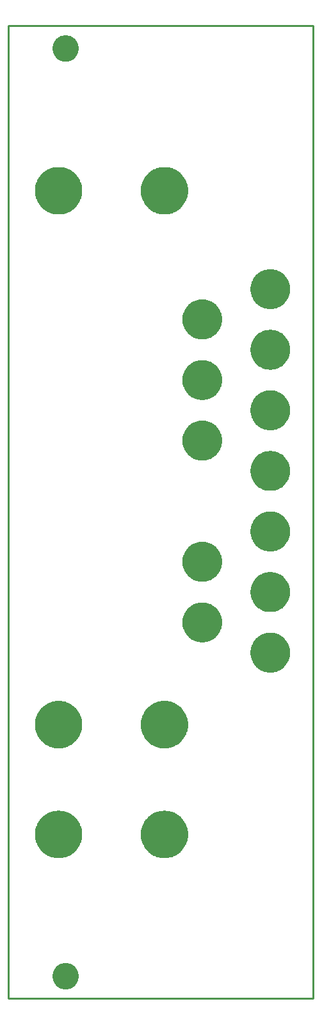
<source format=gbr>
G04 EAGLE Gerber RS-274X export*
G75*
%MOMM*%
%FSLAX34Y34*%
%LPD*%
%IN*%
%IPPOS*%
%AMOC8*
5,1,8,0,0,1.08239X$1,22.5*%
G01*
%ADD10C,3.200000*%
%ADD11C,6.000000*%
%ADD12C,5.000000*%
%ADD13C,0.254000*%


D10*
X75000Y1255000D03*
X75000Y30000D03*
D11*
X65683Y217245D03*
X205683Y217245D03*
X65683Y362245D03*
X205683Y362245D03*
X65683Y1067245D03*
X205683Y1067245D03*
D12*
X345683Y937245D03*
X255683Y897245D03*
X345683Y857245D03*
X255683Y817245D03*
X345683Y777245D03*
X255683Y737245D03*
X345683Y697245D03*
X345683Y617245D03*
X255683Y577245D03*
X345683Y537245D03*
X255683Y497245D03*
X345683Y457245D03*
D13*
X0Y0D02*
X403000Y0D01*
X403000Y1285000D01*
X0Y1285000D01*
X0Y0D01*
X91000Y1254476D02*
X91000Y1255524D01*
X90932Y1256569D01*
X90795Y1257608D01*
X90590Y1258635D01*
X90319Y1259647D01*
X89983Y1260639D01*
X89582Y1261607D01*
X89118Y1262546D01*
X88595Y1263454D01*
X88013Y1264325D01*
X87375Y1265156D01*
X86684Y1265943D01*
X85943Y1266684D01*
X85156Y1267375D01*
X84325Y1268013D01*
X83454Y1268595D01*
X82546Y1269118D01*
X81607Y1269582D01*
X80639Y1269983D01*
X79647Y1270319D01*
X78635Y1270590D01*
X77608Y1270795D01*
X76569Y1270932D01*
X75524Y1271000D01*
X74476Y1271000D01*
X73431Y1270932D01*
X72392Y1270795D01*
X71365Y1270590D01*
X70353Y1270319D01*
X69361Y1269983D01*
X68393Y1269582D01*
X67454Y1269118D01*
X66546Y1268595D01*
X65675Y1268013D01*
X64844Y1267375D01*
X64057Y1266684D01*
X63316Y1265943D01*
X62625Y1265156D01*
X61988Y1264325D01*
X61406Y1263454D01*
X60882Y1262546D01*
X60418Y1261607D01*
X60017Y1260639D01*
X59681Y1259647D01*
X59410Y1258635D01*
X59205Y1257608D01*
X59069Y1256569D01*
X59000Y1255524D01*
X59000Y1254476D01*
X59069Y1253431D01*
X59205Y1252392D01*
X59410Y1251365D01*
X59681Y1250353D01*
X60017Y1249361D01*
X60418Y1248393D01*
X60882Y1247454D01*
X61406Y1246546D01*
X61988Y1245675D01*
X62625Y1244844D01*
X63316Y1244057D01*
X64057Y1243316D01*
X64844Y1242625D01*
X65675Y1241988D01*
X66546Y1241406D01*
X67454Y1240882D01*
X68393Y1240418D01*
X69361Y1240017D01*
X70353Y1239681D01*
X71365Y1239410D01*
X72392Y1239205D01*
X73431Y1239069D01*
X74476Y1239000D01*
X75524Y1239000D01*
X76569Y1239069D01*
X77608Y1239205D01*
X78635Y1239410D01*
X79647Y1239681D01*
X80639Y1240017D01*
X81607Y1240418D01*
X82546Y1240882D01*
X83454Y1241406D01*
X84325Y1241988D01*
X85156Y1242625D01*
X85943Y1243316D01*
X86684Y1244057D01*
X87375Y1244844D01*
X88013Y1245675D01*
X88595Y1246546D01*
X89118Y1247454D01*
X89582Y1248393D01*
X89983Y1249361D01*
X90319Y1250353D01*
X90590Y1251365D01*
X90795Y1252392D01*
X90932Y1253431D01*
X91000Y1254476D01*
X91000Y29476D02*
X91000Y30524D01*
X90932Y31569D01*
X90795Y32608D01*
X90590Y33635D01*
X90319Y34647D01*
X89983Y35639D01*
X89582Y36607D01*
X89118Y37546D01*
X88595Y38454D01*
X88013Y39325D01*
X87375Y40156D01*
X86684Y40943D01*
X85943Y41684D01*
X85156Y42375D01*
X84325Y43013D01*
X83454Y43595D01*
X82546Y44118D01*
X81607Y44582D01*
X80639Y44983D01*
X79647Y45319D01*
X78635Y45590D01*
X77608Y45795D01*
X76569Y45932D01*
X75524Y46000D01*
X74476Y46000D01*
X73431Y45932D01*
X72392Y45795D01*
X71365Y45590D01*
X70353Y45319D01*
X69361Y44983D01*
X68393Y44582D01*
X67454Y44118D01*
X66546Y43595D01*
X65675Y43013D01*
X64844Y42375D01*
X64057Y41684D01*
X63316Y40943D01*
X62625Y40156D01*
X61988Y39325D01*
X61406Y38454D01*
X60882Y37546D01*
X60418Y36607D01*
X60017Y35639D01*
X59681Y34647D01*
X59410Y33635D01*
X59205Y32608D01*
X59069Y31569D01*
X59000Y30524D01*
X59000Y29476D01*
X59069Y28431D01*
X59205Y27392D01*
X59410Y26365D01*
X59681Y25353D01*
X60017Y24361D01*
X60418Y23393D01*
X60882Y22454D01*
X61406Y21546D01*
X61988Y20675D01*
X62625Y19844D01*
X63316Y19057D01*
X64057Y18316D01*
X64844Y17625D01*
X65675Y16988D01*
X66546Y16406D01*
X67454Y15882D01*
X68393Y15418D01*
X69361Y15017D01*
X70353Y14681D01*
X71365Y14410D01*
X72392Y14205D01*
X73431Y14069D01*
X74476Y14000D01*
X75524Y14000D01*
X76569Y14069D01*
X77608Y14205D01*
X78635Y14410D01*
X79647Y14681D01*
X80639Y15017D01*
X81607Y15418D01*
X82546Y15882D01*
X83454Y16406D01*
X84325Y16988D01*
X85156Y17625D01*
X85943Y18316D01*
X86684Y19057D01*
X87375Y19844D01*
X88013Y20675D01*
X88595Y21546D01*
X89118Y22454D01*
X89582Y23393D01*
X89983Y24361D01*
X90319Y25353D01*
X90590Y26365D01*
X90795Y27392D01*
X90932Y28431D01*
X91000Y29476D01*
X95683Y216508D02*
X95683Y217981D01*
X95610Y219453D01*
X95466Y220918D01*
X95250Y222375D01*
X94962Y223820D01*
X94605Y225249D01*
X94177Y226658D01*
X93681Y228045D01*
X93117Y229406D01*
X92487Y230737D01*
X91793Y232036D01*
X91036Y233300D01*
X90217Y234524D01*
X89340Y235707D01*
X88406Y236846D01*
X87416Y237937D01*
X86375Y238979D01*
X85284Y239968D01*
X84145Y240902D01*
X82962Y241780D01*
X81737Y242598D01*
X80474Y243355D01*
X79175Y244050D01*
X77843Y244679D01*
X76483Y245243D01*
X75096Y245739D01*
X73686Y246167D01*
X72258Y246525D01*
X70813Y246812D01*
X69356Y247028D01*
X67890Y247173D01*
X66419Y247245D01*
X64946Y247245D01*
X63475Y247173D01*
X62009Y247028D01*
X60552Y246812D01*
X59107Y246525D01*
X57679Y246167D01*
X56269Y245739D01*
X54882Y245243D01*
X53522Y244679D01*
X52190Y244050D01*
X50891Y243355D01*
X49628Y242598D01*
X48403Y241780D01*
X47220Y240902D01*
X46081Y239968D01*
X44990Y238979D01*
X43949Y237937D01*
X42959Y236846D01*
X42025Y235707D01*
X41148Y234524D01*
X40329Y233300D01*
X39572Y232036D01*
X38878Y230737D01*
X38248Y229406D01*
X37684Y228045D01*
X37188Y226658D01*
X36761Y225249D01*
X36403Y223820D01*
X36115Y222375D01*
X35899Y220918D01*
X35755Y219453D01*
X35683Y217981D01*
X35683Y216508D01*
X35755Y215037D01*
X35899Y213571D01*
X36115Y212115D01*
X36403Y210670D01*
X36761Y209241D01*
X37188Y207832D01*
X37684Y206445D01*
X38248Y205084D01*
X38878Y203753D01*
X39572Y202454D01*
X40329Y201190D01*
X41148Y199965D01*
X42025Y198782D01*
X42959Y197644D01*
X43949Y196552D01*
X44990Y195511D01*
X46081Y194522D01*
X47220Y193587D01*
X48403Y192710D01*
X49628Y191892D01*
X50891Y191134D01*
X52190Y190440D01*
X53522Y189810D01*
X54882Y189247D01*
X56269Y188750D01*
X57679Y188323D01*
X59107Y187965D01*
X60552Y187678D01*
X62009Y187462D01*
X63475Y187317D01*
X64946Y187245D01*
X66419Y187245D01*
X67890Y187317D01*
X69356Y187462D01*
X70813Y187678D01*
X72258Y187965D01*
X73686Y188323D01*
X75096Y188750D01*
X76483Y189247D01*
X77843Y189810D01*
X79175Y190440D01*
X80474Y191134D01*
X81737Y191892D01*
X82962Y192710D01*
X84145Y193587D01*
X85284Y194522D01*
X86375Y195511D01*
X87416Y196552D01*
X88406Y197644D01*
X89340Y198782D01*
X90217Y199965D01*
X91036Y201190D01*
X91793Y202454D01*
X92487Y203753D01*
X93117Y205084D01*
X93681Y206445D01*
X94177Y207832D01*
X94605Y209241D01*
X94962Y210670D01*
X95250Y212115D01*
X95466Y213571D01*
X95610Y215037D01*
X95683Y216508D01*
X235683Y216508D02*
X235683Y217981D01*
X235610Y219453D01*
X235466Y220918D01*
X235250Y222375D01*
X234962Y223820D01*
X234605Y225249D01*
X234177Y226658D01*
X233681Y228045D01*
X233117Y229406D01*
X232487Y230737D01*
X231793Y232036D01*
X231036Y233300D01*
X230217Y234524D01*
X229340Y235707D01*
X228406Y236846D01*
X227416Y237937D01*
X226375Y238979D01*
X225284Y239968D01*
X224145Y240902D01*
X222962Y241780D01*
X221737Y242598D01*
X220474Y243355D01*
X219175Y244050D01*
X217843Y244679D01*
X216483Y245243D01*
X215096Y245739D01*
X213686Y246167D01*
X212258Y246525D01*
X210813Y246812D01*
X209356Y247028D01*
X207890Y247173D01*
X206419Y247245D01*
X204946Y247245D01*
X203475Y247173D01*
X202009Y247028D01*
X200552Y246812D01*
X199107Y246525D01*
X197679Y246167D01*
X196269Y245739D01*
X194882Y245243D01*
X193522Y244679D01*
X192190Y244050D01*
X190891Y243355D01*
X189628Y242598D01*
X188403Y241780D01*
X187220Y240902D01*
X186081Y239968D01*
X184990Y238979D01*
X183949Y237937D01*
X182959Y236846D01*
X182025Y235707D01*
X181148Y234524D01*
X180329Y233300D01*
X179572Y232036D01*
X178878Y230737D01*
X178248Y229406D01*
X177684Y228045D01*
X177188Y226658D01*
X176761Y225249D01*
X176403Y223820D01*
X176115Y222375D01*
X175899Y220918D01*
X175755Y219453D01*
X175683Y217981D01*
X175683Y216508D01*
X175755Y215037D01*
X175899Y213571D01*
X176115Y212115D01*
X176403Y210670D01*
X176761Y209241D01*
X177188Y207832D01*
X177684Y206445D01*
X178248Y205084D01*
X178878Y203753D01*
X179572Y202454D01*
X180329Y201190D01*
X181148Y199965D01*
X182025Y198782D01*
X182959Y197644D01*
X183949Y196552D01*
X184990Y195511D01*
X186081Y194522D01*
X187220Y193587D01*
X188403Y192710D01*
X189628Y191892D01*
X190891Y191134D01*
X192190Y190440D01*
X193522Y189810D01*
X194882Y189247D01*
X196269Y188750D01*
X197679Y188323D01*
X199107Y187965D01*
X200552Y187678D01*
X202009Y187462D01*
X203475Y187317D01*
X204946Y187245D01*
X206419Y187245D01*
X207890Y187317D01*
X209356Y187462D01*
X210813Y187678D01*
X212258Y187965D01*
X213686Y188323D01*
X215096Y188750D01*
X216483Y189247D01*
X217843Y189810D01*
X219175Y190440D01*
X220474Y191134D01*
X221737Y191892D01*
X222962Y192710D01*
X224145Y193587D01*
X225284Y194522D01*
X226375Y195511D01*
X227416Y196552D01*
X228406Y197644D01*
X229340Y198782D01*
X230217Y199965D01*
X231036Y201190D01*
X231793Y202454D01*
X232487Y203753D01*
X233117Y205084D01*
X233681Y206445D01*
X234177Y207832D01*
X234605Y209241D01*
X234962Y210670D01*
X235250Y212115D01*
X235466Y213571D01*
X235610Y215037D01*
X235683Y216508D01*
X95683Y361508D02*
X95683Y362981D01*
X95610Y364453D01*
X95466Y365918D01*
X95250Y367375D01*
X94962Y368820D01*
X94605Y370249D01*
X94177Y371658D01*
X93681Y373045D01*
X93117Y374406D01*
X92487Y375737D01*
X91793Y377036D01*
X91036Y378300D01*
X90217Y379524D01*
X89340Y380707D01*
X88406Y381846D01*
X87416Y382937D01*
X86375Y383979D01*
X85284Y384968D01*
X84145Y385902D01*
X82962Y386780D01*
X81737Y387598D01*
X80474Y388355D01*
X79175Y389050D01*
X77843Y389679D01*
X76483Y390243D01*
X75096Y390739D01*
X73686Y391167D01*
X72258Y391525D01*
X70813Y391812D01*
X69356Y392028D01*
X67890Y392173D01*
X66419Y392245D01*
X64946Y392245D01*
X63475Y392173D01*
X62009Y392028D01*
X60552Y391812D01*
X59107Y391525D01*
X57679Y391167D01*
X56269Y390739D01*
X54882Y390243D01*
X53522Y389679D01*
X52190Y389050D01*
X50891Y388355D01*
X49628Y387598D01*
X48403Y386780D01*
X47220Y385902D01*
X46081Y384968D01*
X44990Y383979D01*
X43949Y382937D01*
X42959Y381846D01*
X42025Y380707D01*
X41148Y379524D01*
X40329Y378300D01*
X39572Y377036D01*
X38878Y375737D01*
X38248Y374406D01*
X37684Y373045D01*
X37188Y371658D01*
X36761Y370249D01*
X36403Y368820D01*
X36115Y367375D01*
X35899Y365918D01*
X35755Y364453D01*
X35683Y362981D01*
X35683Y361508D01*
X35755Y360037D01*
X35899Y358571D01*
X36115Y357115D01*
X36403Y355670D01*
X36761Y354241D01*
X37188Y352832D01*
X37684Y351445D01*
X38248Y350084D01*
X38878Y348753D01*
X39572Y347454D01*
X40329Y346190D01*
X41148Y344965D01*
X42025Y343782D01*
X42959Y342644D01*
X43949Y341552D01*
X44990Y340511D01*
X46081Y339522D01*
X47220Y338587D01*
X48403Y337710D01*
X49628Y336892D01*
X50891Y336134D01*
X52190Y335440D01*
X53522Y334810D01*
X54882Y334247D01*
X56269Y333750D01*
X57679Y333323D01*
X59107Y332965D01*
X60552Y332678D01*
X62009Y332462D01*
X63475Y332317D01*
X64946Y332245D01*
X66419Y332245D01*
X67890Y332317D01*
X69356Y332462D01*
X70813Y332678D01*
X72258Y332965D01*
X73686Y333323D01*
X75096Y333750D01*
X76483Y334247D01*
X77843Y334810D01*
X79175Y335440D01*
X80474Y336134D01*
X81737Y336892D01*
X82962Y337710D01*
X84145Y338587D01*
X85284Y339522D01*
X86375Y340511D01*
X87416Y341552D01*
X88406Y342644D01*
X89340Y343782D01*
X90217Y344965D01*
X91036Y346190D01*
X91793Y347454D01*
X92487Y348753D01*
X93117Y350084D01*
X93681Y351445D01*
X94177Y352832D01*
X94605Y354241D01*
X94962Y355670D01*
X95250Y357115D01*
X95466Y358571D01*
X95610Y360037D01*
X95683Y361508D01*
X235683Y361508D02*
X235683Y362981D01*
X235610Y364453D01*
X235466Y365918D01*
X235250Y367375D01*
X234962Y368820D01*
X234605Y370249D01*
X234177Y371658D01*
X233681Y373045D01*
X233117Y374406D01*
X232487Y375737D01*
X231793Y377036D01*
X231036Y378300D01*
X230217Y379524D01*
X229340Y380707D01*
X228406Y381846D01*
X227416Y382937D01*
X226375Y383979D01*
X225284Y384968D01*
X224145Y385902D01*
X222962Y386780D01*
X221737Y387598D01*
X220474Y388355D01*
X219175Y389050D01*
X217843Y389679D01*
X216483Y390243D01*
X215096Y390739D01*
X213686Y391167D01*
X212258Y391525D01*
X210813Y391812D01*
X209356Y392028D01*
X207890Y392173D01*
X206419Y392245D01*
X204946Y392245D01*
X203475Y392173D01*
X202009Y392028D01*
X200552Y391812D01*
X199107Y391525D01*
X197679Y391167D01*
X196269Y390739D01*
X194882Y390243D01*
X193522Y389679D01*
X192190Y389050D01*
X190891Y388355D01*
X189628Y387598D01*
X188403Y386780D01*
X187220Y385902D01*
X186081Y384968D01*
X184990Y383979D01*
X183949Y382937D01*
X182959Y381846D01*
X182025Y380707D01*
X181148Y379524D01*
X180329Y378300D01*
X179572Y377036D01*
X178878Y375737D01*
X178248Y374406D01*
X177684Y373045D01*
X177188Y371658D01*
X176761Y370249D01*
X176403Y368820D01*
X176115Y367375D01*
X175899Y365918D01*
X175755Y364453D01*
X175683Y362981D01*
X175683Y361508D01*
X175755Y360037D01*
X175899Y358571D01*
X176115Y357115D01*
X176403Y355670D01*
X176761Y354241D01*
X177188Y352832D01*
X177684Y351445D01*
X178248Y350084D01*
X178878Y348753D01*
X179572Y347454D01*
X180329Y346190D01*
X181148Y344965D01*
X182025Y343782D01*
X182959Y342644D01*
X183949Y341552D01*
X184990Y340511D01*
X186081Y339522D01*
X187220Y338587D01*
X188403Y337710D01*
X189628Y336892D01*
X190891Y336134D01*
X192190Y335440D01*
X193522Y334810D01*
X194882Y334247D01*
X196269Y333750D01*
X197679Y333323D01*
X199107Y332965D01*
X200552Y332678D01*
X202009Y332462D01*
X203475Y332317D01*
X204946Y332245D01*
X206419Y332245D01*
X207890Y332317D01*
X209356Y332462D01*
X210813Y332678D01*
X212258Y332965D01*
X213686Y333323D01*
X215096Y333750D01*
X216483Y334247D01*
X217843Y334810D01*
X219175Y335440D01*
X220474Y336134D01*
X221737Y336892D01*
X222962Y337710D01*
X224145Y338587D01*
X225284Y339522D01*
X226375Y340511D01*
X227416Y341552D01*
X228406Y342644D01*
X229340Y343782D01*
X230217Y344965D01*
X231036Y346190D01*
X231793Y347454D01*
X232487Y348753D01*
X233117Y350084D01*
X233681Y351445D01*
X234177Y352832D01*
X234605Y354241D01*
X234962Y355670D01*
X235250Y357115D01*
X235466Y358571D01*
X235610Y360037D01*
X235683Y361508D01*
X95683Y1066508D02*
X95683Y1067981D01*
X95610Y1069453D01*
X95466Y1070918D01*
X95250Y1072375D01*
X94962Y1073820D01*
X94605Y1075249D01*
X94177Y1076658D01*
X93681Y1078045D01*
X93117Y1079406D01*
X92487Y1080737D01*
X91793Y1082036D01*
X91036Y1083300D01*
X90217Y1084524D01*
X89340Y1085707D01*
X88406Y1086846D01*
X87416Y1087937D01*
X86375Y1088979D01*
X85284Y1089968D01*
X84145Y1090902D01*
X82962Y1091780D01*
X81737Y1092598D01*
X80474Y1093355D01*
X79175Y1094050D01*
X77843Y1094679D01*
X76483Y1095243D01*
X75096Y1095739D01*
X73686Y1096167D01*
X72258Y1096525D01*
X70813Y1096812D01*
X69356Y1097028D01*
X67890Y1097173D01*
X66419Y1097245D01*
X64946Y1097245D01*
X63475Y1097173D01*
X62009Y1097028D01*
X60552Y1096812D01*
X59107Y1096525D01*
X57679Y1096167D01*
X56269Y1095739D01*
X54882Y1095243D01*
X53522Y1094679D01*
X52190Y1094050D01*
X50891Y1093355D01*
X49628Y1092598D01*
X48403Y1091780D01*
X47220Y1090902D01*
X46081Y1089968D01*
X44990Y1088979D01*
X43949Y1087937D01*
X42959Y1086846D01*
X42025Y1085707D01*
X41148Y1084524D01*
X40329Y1083300D01*
X39572Y1082036D01*
X38878Y1080737D01*
X38248Y1079406D01*
X37684Y1078045D01*
X37188Y1076658D01*
X36761Y1075249D01*
X36403Y1073820D01*
X36115Y1072375D01*
X35899Y1070918D01*
X35755Y1069453D01*
X35683Y1067981D01*
X35683Y1066508D01*
X35755Y1065037D01*
X35899Y1063571D01*
X36115Y1062115D01*
X36403Y1060670D01*
X36761Y1059241D01*
X37188Y1057832D01*
X37684Y1056445D01*
X38248Y1055084D01*
X38878Y1053753D01*
X39572Y1052454D01*
X40329Y1051190D01*
X41148Y1049965D01*
X42025Y1048782D01*
X42959Y1047644D01*
X43949Y1046552D01*
X44990Y1045511D01*
X46081Y1044522D01*
X47220Y1043587D01*
X48403Y1042710D01*
X49628Y1041892D01*
X50891Y1041134D01*
X52190Y1040440D01*
X53522Y1039810D01*
X54882Y1039247D01*
X56269Y1038750D01*
X57679Y1038323D01*
X59107Y1037965D01*
X60552Y1037678D01*
X62009Y1037462D01*
X63475Y1037317D01*
X64946Y1037245D01*
X66419Y1037245D01*
X67890Y1037317D01*
X69356Y1037462D01*
X70813Y1037678D01*
X72258Y1037965D01*
X73686Y1038323D01*
X75096Y1038750D01*
X76483Y1039247D01*
X77843Y1039810D01*
X79175Y1040440D01*
X80474Y1041134D01*
X81737Y1041892D01*
X82962Y1042710D01*
X84145Y1043587D01*
X85284Y1044522D01*
X86375Y1045511D01*
X87416Y1046552D01*
X88406Y1047644D01*
X89340Y1048782D01*
X90217Y1049965D01*
X91036Y1051190D01*
X91793Y1052454D01*
X92487Y1053753D01*
X93117Y1055084D01*
X93681Y1056445D01*
X94177Y1057832D01*
X94605Y1059241D01*
X94962Y1060670D01*
X95250Y1062115D01*
X95466Y1063571D01*
X95610Y1065037D01*
X95683Y1066508D01*
X235683Y1066508D02*
X235683Y1067981D01*
X235610Y1069453D01*
X235466Y1070918D01*
X235250Y1072375D01*
X234962Y1073820D01*
X234605Y1075249D01*
X234177Y1076658D01*
X233681Y1078045D01*
X233117Y1079406D01*
X232487Y1080737D01*
X231793Y1082036D01*
X231036Y1083300D01*
X230217Y1084524D01*
X229340Y1085707D01*
X228406Y1086846D01*
X227416Y1087937D01*
X226375Y1088979D01*
X225284Y1089968D01*
X224145Y1090902D01*
X222962Y1091780D01*
X221737Y1092598D01*
X220474Y1093355D01*
X219175Y1094050D01*
X217843Y1094679D01*
X216483Y1095243D01*
X215096Y1095739D01*
X213686Y1096167D01*
X212258Y1096525D01*
X210813Y1096812D01*
X209356Y1097028D01*
X207890Y1097173D01*
X206419Y1097245D01*
X204946Y1097245D01*
X203475Y1097173D01*
X202009Y1097028D01*
X200552Y1096812D01*
X199107Y1096525D01*
X197679Y1096167D01*
X196269Y1095739D01*
X194882Y1095243D01*
X193522Y1094679D01*
X192190Y1094050D01*
X190891Y1093355D01*
X189628Y1092598D01*
X188403Y1091780D01*
X187220Y1090902D01*
X186081Y1089968D01*
X184990Y1088979D01*
X183949Y1087937D01*
X182959Y1086846D01*
X182025Y1085707D01*
X181148Y1084524D01*
X180329Y1083300D01*
X179572Y1082036D01*
X178878Y1080737D01*
X178248Y1079406D01*
X177684Y1078045D01*
X177188Y1076658D01*
X176761Y1075249D01*
X176403Y1073820D01*
X176115Y1072375D01*
X175899Y1070918D01*
X175755Y1069453D01*
X175683Y1067981D01*
X175683Y1066508D01*
X175755Y1065037D01*
X175899Y1063571D01*
X176115Y1062115D01*
X176403Y1060670D01*
X176761Y1059241D01*
X177188Y1057832D01*
X177684Y1056445D01*
X178248Y1055084D01*
X178878Y1053753D01*
X179572Y1052454D01*
X180329Y1051190D01*
X181148Y1049965D01*
X182025Y1048782D01*
X182959Y1047644D01*
X183949Y1046552D01*
X184990Y1045511D01*
X186081Y1044522D01*
X187220Y1043587D01*
X188403Y1042710D01*
X189628Y1041892D01*
X190891Y1041134D01*
X192190Y1040440D01*
X193522Y1039810D01*
X194882Y1039247D01*
X196269Y1038750D01*
X197679Y1038323D01*
X199107Y1037965D01*
X200552Y1037678D01*
X202009Y1037462D01*
X203475Y1037317D01*
X204946Y1037245D01*
X206419Y1037245D01*
X207890Y1037317D01*
X209356Y1037462D01*
X210813Y1037678D01*
X212258Y1037965D01*
X213686Y1038323D01*
X215096Y1038750D01*
X216483Y1039247D01*
X217843Y1039810D01*
X219175Y1040440D01*
X220474Y1041134D01*
X221737Y1041892D01*
X222962Y1042710D01*
X224145Y1043587D01*
X225284Y1044522D01*
X226375Y1045511D01*
X227416Y1046552D01*
X228406Y1047644D01*
X229340Y1048782D01*
X230217Y1049965D01*
X231036Y1051190D01*
X231793Y1052454D01*
X232487Y1053753D01*
X233117Y1055084D01*
X233681Y1056445D01*
X234177Y1057832D01*
X234605Y1059241D01*
X234962Y1060670D01*
X235250Y1062115D01*
X235466Y1063571D01*
X235610Y1065037D01*
X235683Y1066508D01*
X370683Y936543D02*
X370683Y937946D01*
X370604Y939347D01*
X370447Y940741D01*
X370212Y942124D01*
X369900Y943492D01*
X369511Y944840D01*
X369048Y946164D01*
X368511Y947460D01*
X367902Y948724D01*
X367224Y949952D01*
X366477Y951140D01*
X365666Y952284D01*
X364791Y953381D01*
X363856Y954427D01*
X362864Y955419D01*
X361818Y956353D01*
X360721Y957228D01*
X359577Y958040D01*
X358389Y958786D01*
X357162Y959465D01*
X355898Y960073D01*
X354602Y960610D01*
X353277Y961074D01*
X351929Y961462D01*
X350562Y961774D01*
X349179Y962009D01*
X347785Y962166D01*
X346384Y962245D01*
X344981Y962245D01*
X343580Y962166D01*
X342186Y962009D01*
X340803Y961774D01*
X339436Y961462D01*
X338088Y961074D01*
X336763Y960610D01*
X335467Y960073D01*
X334203Y959465D01*
X332976Y958786D01*
X331788Y958040D01*
X330644Y957228D01*
X329547Y956353D01*
X328501Y955419D01*
X327509Y954427D01*
X326574Y953381D01*
X325699Y952284D01*
X324888Y951140D01*
X324141Y949952D01*
X323463Y948724D01*
X322854Y947460D01*
X322317Y946164D01*
X321854Y944840D01*
X321465Y943492D01*
X321153Y942124D01*
X320918Y940741D01*
X320761Y939347D01*
X320683Y937946D01*
X320683Y936543D01*
X320761Y935143D01*
X320918Y933749D01*
X321153Y932366D01*
X321465Y930998D01*
X321854Y929650D01*
X322317Y928326D01*
X322854Y927030D01*
X323463Y925766D01*
X324141Y924538D01*
X324888Y923350D01*
X325699Y922206D01*
X326574Y921109D01*
X327509Y920063D01*
X328501Y919071D01*
X329547Y918136D01*
X330644Y917262D01*
X331788Y916450D01*
X332976Y915704D01*
X334203Y915025D01*
X335467Y914416D01*
X336763Y913880D01*
X338088Y913416D01*
X339436Y913028D01*
X340803Y912716D01*
X342186Y912481D01*
X343580Y912324D01*
X344981Y912245D01*
X346384Y912245D01*
X347785Y912324D01*
X349179Y912481D01*
X350562Y912716D01*
X351929Y913028D01*
X353277Y913416D01*
X354602Y913880D01*
X355898Y914416D01*
X357162Y915025D01*
X358389Y915704D01*
X359577Y916450D01*
X360721Y917262D01*
X361818Y918136D01*
X362864Y919071D01*
X363856Y920063D01*
X364791Y921109D01*
X365666Y922206D01*
X366477Y923350D01*
X367224Y924538D01*
X367902Y925766D01*
X368511Y927030D01*
X369048Y928326D01*
X369511Y929650D01*
X369900Y930998D01*
X370212Y932366D01*
X370447Y933749D01*
X370604Y935143D01*
X370683Y936543D01*
X280683Y896543D02*
X280683Y897946D01*
X280604Y899347D01*
X280447Y900741D01*
X280212Y902124D01*
X279900Y903492D01*
X279511Y904840D01*
X279048Y906164D01*
X278511Y907460D01*
X277902Y908724D01*
X277224Y909952D01*
X276477Y911140D01*
X275666Y912284D01*
X274791Y913381D01*
X273856Y914427D01*
X272864Y915419D01*
X271818Y916353D01*
X270721Y917228D01*
X269577Y918040D01*
X268389Y918786D01*
X267162Y919465D01*
X265898Y920073D01*
X264602Y920610D01*
X263277Y921074D01*
X261929Y921462D01*
X260562Y921774D01*
X259179Y922009D01*
X257785Y922166D01*
X256384Y922245D01*
X254981Y922245D01*
X253580Y922166D01*
X252186Y922009D01*
X250803Y921774D01*
X249436Y921462D01*
X248088Y921074D01*
X246763Y920610D01*
X245467Y920073D01*
X244203Y919465D01*
X242976Y918786D01*
X241788Y918040D01*
X240644Y917228D01*
X239547Y916353D01*
X238501Y915419D01*
X237509Y914427D01*
X236574Y913381D01*
X235699Y912284D01*
X234888Y911140D01*
X234141Y909952D01*
X233463Y908724D01*
X232854Y907460D01*
X232317Y906164D01*
X231854Y904840D01*
X231465Y903492D01*
X231153Y902124D01*
X230918Y900741D01*
X230761Y899347D01*
X230683Y897946D01*
X230683Y896543D01*
X230761Y895143D01*
X230918Y893749D01*
X231153Y892366D01*
X231465Y890998D01*
X231854Y889650D01*
X232317Y888326D01*
X232854Y887030D01*
X233463Y885766D01*
X234141Y884538D01*
X234888Y883350D01*
X235699Y882206D01*
X236574Y881109D01*
X237509Y880063D01*
X238501Y879071D01*
X239547Y878136D01*
X240644Y877262D01*
X241788Y876450D01*
X242976Y875704D01*
X244203Y875025D01*
X245467Y874416D01*
X246763Y873880D01*
X248088Y873416D01*
X249436Y873028D01*
X250803Y872716D01*
X252186Y872481D01*
X253580Y872324D01*
X254981Y872245D01*
X256384Y872245D01*
X257785Y872324D01*
X259179Y872481D01*
X260562Y872716D01*
X261929Y873028D01*
X263277Y873416D01*
X264602Y873880D01*
X265898Y874416D01*
X267162Y875025D01*
X268389Y875704D01*
X269577Y876450D01*
X270721Y877262D01*
X271818Y878136D01*
X272864Y879071D01*
X273856Y880063D01*
X274791Y881109D01*
X275666Y882206D01*
X276477Y883350D01*
X277224Y884538D01*
X277902Y885766D01*
X278511Y887030D01*
X279048Y888326D01*
X279511Y889650D01*
X279900Y890998D01*
X280212Y892366D01*
X280447Y893749D01*
X280604Y895143D01*
X280683Y896543D01*
X370683Y856543D02*
X370683Y857946D01*
X370604Y859347D01*
X370447Y860741D01*
X370212Y862124D01*
X369900Y863492D01*
X369511Y864840D01*
X369048Y866164D01*
X368511Y867460D01*
X367902Y868724D01*
X367224Y869952D01*
X366477Y871140D01*
X365666Y872284D01*
X364791Y873381D01*
X363856Y874427D01*
X362864Y875419D01*
X361818Y876353D01*
X360721Y877228D01*
X359577Y878040D01*
X358389Y878786D01*
X357162Y879465D01*
X355898Y880073D01*
X354602Y880610D01*
X353277Y881074D01*
X351929Y881462D01*
X350562Y881774D01*
X349179Y882009D01*
X347785Y882166D01*
X346384Y882245D01*
X344981Y882245D01*
X343580Y882166D01*
X342186Y882009D01*
X340803Y881774D01*
X339436Y881462D01*
X338088Y881074D01*
X336763Y880610D01*
X335467Y880073D01*
X334203Y879465D01*
X332976Y878786D01*
X331788Y878040D01*
X330644Y877228D01*
X329547Y876353D01*
X328501Y875419D01*
X327509Y874427D01*
X326574Y873381D01*
X325699Y872284D01*
X324888Y871140D01*
X324141Y869952D01*
X323463Y868724D01*
X322854Y867460D01*
X322317Y866164D01*
X321854Y864840D01*
X321465Y863492D01*
X321153Y862124D01*
X320918Y860741D01*
X320761Y859347D01*
X320683Y857946D01*
X320683Y856543D01*
X320761Y855143D01*
X320918Y853749D01*
X321153Y852366D01*
X321465Y850998D01*
X321854Y849650D01*
X322317Y848326D01*
X322854Y847030D01*
X323463Y845766D01*
X324141Y844538D01*
X324888Y843350D01*
X325699Y842206D01*
X326574Y841109D01*
X327509Y840063D01*
X328501Y839071D01*
X329547Y838136D01*
X330644Y837262D01*
X331788Y836450D01*
X332976Y835704D01*
X334203Y835025D01*
X335467Y834416D01*
X336763Y833880D01*
X338088Y833416D01*
X339436Y833028D01*
X340803Y832716D01*
X342186Y832481D01*
X343580Y832324D01*
X344981Y832245D01*
X346384Y832245D01*
X347785Y832324D01*
X349179Y832481D01*
X350562Y832716D01*
X351929Y833028D01*
X353277Y833416D01*
X354602Y833880D01*
X355898Y834416D01*
X357162Y835025D01*
X358389Y835704D01*
X359577Y836450D01*
X360721Y837262D01*
X361818Y838136D01*
X362864Y839071D01*
X363856Y840063D01*
X364791Y841109D01*
X365666Y842206D01*
X366477Y843350D01*
X367224Y844538D01*
X367902Y845766D01*
X368511Y847030D01*
X369048Y848326D01*
X369511Y849650D01*
X369900Y850998D01*
X370212Y852366D01*
X370447Y853749D01*
X370604Y855143D01*
X370683Y856543D01*
X280683Y816543D02*
X280683Y817946D01*
X280604Y819347D01*
X280447Y820741D01*
X280212Y822124D01*
X279900Y823492D01*
X279511Y824840D01*
X279048Y826164D01*
X278511Y827460D01*
X277902Y828724D01*
X277224Y829952D01*
X276477Y831140D01*
X275666Y832284D01*
X274791Y833381D01*
X273856Y834427D01*
X272864Y835419D01*
X271818Y836353D01*
X270721Y837228D01*
X269577Y838040D01*
X268389Y838786D01*
X267162Y839465D01*
X265898Y840073D01*
X264602Y840610D01*
X263277Y841074D01*
X261929Y841462D01*
X260562Y841774D01*
X259179Y842009D01*
X257785Y842166D01*
X256384Y842245D01*
X254981Y842245D01*
X253580Y842166D01*
X252186Y842009D01*
X250803Y841774D01*
X249436Y841462D01*
X248088Y841074D01*
X246763Y840610D01*
X245467Y840073D01*
X244203Y839465D01*
X242976Y838786D01*
X241788Y838040D01*
X240644Y837228D01*
X239547Y836353D01*
X238501Y835419D01*
X237509Y834427D01*
X236574Y833381D01*
X235699Y832284D01*
X234888Y831140D01*
X234141Y829952D01*
X233463Y828724D01*
X232854Y827460D01*
X232317Y826164D01*
X231854Y824840D01*
X231465Y823492D01*
X231153Y822124D01*
X230918Y820741D01*
X230761Y819347D01*
X230683Y817946D01*
X230683Y816543D01*
X230761Y815143D01*
X230918Y813749D01*
X231153Y812366D01*
X231465Y810998D01*
X231854Y809650D01*
X232317Y808326D01*
X232854Y807030D01*
X233463Y805766D01*
X234141Y804538D01*
X234888Y803350D01*
X235699Y802206D01*
X236574Y801109D01*
X237509Y800063D01*
X238501Y799071D01*
X239547Y798136D01*
X240644Y797262D01*
X241788Y796450D01*
X242976Y795704D01*
X244203Y795025D01*
X245467Y794416D01*
X246763Y793880D01*
X248088Y793416D01*
X249436Y793028D01*
X250803Y792716D01*
X252186Y792481D01*
X253580Y792324D01*
X254981Y792245D01*
X256384Y792245D01*
X257785Y792324D01*
X259179Y792481D01*
X260562Y792716D01*
X261929Y793028D01*
X263277Y793416D01*
X264602Y793880D01*
X265898Y794416D01*
X267162Y795025D01*
X268389Y795704D01*
X269577Y796450D01*
X270721Y797262D01*
X271818Y798136D01*
X272864Y799071D01*
X273856Y800063D01*
X274791Y801109D01*
X275666Y802206D01*
X276477Y803350D01*
X277224Y804538D01*
X277902Y805766D01*
X278511Y807030D01*
X279048Y808326D01*
X279511Y809650D01*
X279900Y810998D01*
X280212Y812366D01*
X280447Y813749D01*
X280604Y815143D01*
X280683Y816543D01*
X370683Y776543D02*
X370683Y777946D01*
X370604Y779347D01*
X370447Y780741D01*
X370212Y782124D01*
X369900Y783492D01*
X369511Y784840D01*
X369048Y786164D01*
X368511Y787460D01*
X367902Y788724D01*
X367224Y789952D01*
X366477Y791140D01*
X365666Y792284D01*
X364791Y793381D01*
X363856Y794427D01*
X362864Y795419D01*
X361818Y796353D01*
X360721Y797228D01*
X359577Y798040D01*
X358389Y798786D01*
X357162Y799465D01*
X355898Y800073D01*
X354602Y800610D01*
X353277Y801074D01*
X351929Y801462D01*
X350562Y801774D01*
X349179Y802009D01*
X347785Y802166D01*
X346384Y802245D01*
X344981Y802245D01*
X343580Y802166D01*
X342186Y802009D01*
X340803Y801774D01*
X339436Y801462D01*
X338088Y801074D01*
X336763Y800610D01*
X335467Y800073D01*
X334203Y799465D01*
X332976Y798786D01*
X331788Y798040D01*
X330644Y797228D01*
X329547Y796353D01*
X328501Y795419D01*
X327509Y794427D01*
X326574Y793381D01*
X325699Y792284D01*
X324888Y791140D01*
X324141Y789952D01*
X323463Y788724D01*
X322854Y787460D01*
X322317Y786164D01*
X321854Y784840D01*
X321465Y783492D01*
X321153Y782124D01*
X320918Y780741D01*
X320761Y779347D01*
X320683Y777946D01*
X320683Y776543D01*
X320761Y775143D01*
X320918Y773749D01*
X321153Y772366D01*
X321465Y770998D01*
X321854Y769650D01*
X322317Y768326D01*
X322854Y767030D01*
X323463Y765766D01*
X324141Y764538D01*
X324888Y763350D01*
X325699Y762206D01*
X326574Y761109D01*
X327509Y760063D01*
X328501Y759071D01*
X329547Y758136D01*
X330644Y757262D01*
X331788Y756450D01*
X332976Y755704D01*
X334203Y755025D01*
X335467Y754416D01*
X336763Y753880D01*
X338088Y753416D01*
X339436Y753028D01*
X340803Y752716D01*
X342186Y752481D01*
X343580Y752324D01*
X344981Y752245D01*
X346384Y752245D01*
X347785Y752324D01*
X349179Y752481D01*
X350562Y752716D01*
X351929Y753028D01*
X353277Y753416D01*
X354602Y753880D01*
X355898Y754416D01*
X357162Y755025D01*
X358389Y755704D01*
X359577Y756450D01*
X360721Y757262D01*
X361818Y758136D01*
X362864Y759071D01*
X363856Y760063D01*
X364791Y761109D01*
X365666Y762206D01*
X366477Y763350D01*
X367224Y764538D01*
X367902Y765766D01*
X368511Y767030D01*
X369048Y768326D01*
X369511Y769650D01*
X369900Y770998D01*
X370212Y772366D01*
X370447Y773749D01*
X370604Y775143D01*
X370683Y776543D01*
X280683Y736543D02*
X280683Y737946D01*
X280604Y739347D01*
X280447Y740741D01*
X280212Y742124D01*
X279900Y743492D01*
X279511Y744840D01*
X279048Y746164D01*
X278511Y747460D01*
X277902Y748724D01*
X277224Y749952D01*
X276477Y751140D01*
X275666Y752284D01*
X274791Y753381D01*
X273856Y754427D01*
X272864Y755419D01*
X271818Y756353D01*
X270721Y757228D01*
X269577Y758040D01*
X268389Y758786D01*
X267162Y759465D01*
X265898Y760073D01*
X264602Y760610D01*
X263277Y761074D01*
X261929Y761462D01*
X260562Y761774D01*
X259179Y762009D01*
X257785Y762166D01*
X256384Y762245D01*
X254981Y762245D01*
X253580Y762166D01*
X252186Y762009D01*
X250803Y761774D01*
X249436Y761462D01*
X248088Y761074D01*
X246763Y760610D01*
X245467Y760073D01*
X244203Y759465D01*
X242976Y758786D01*
X241788Y758040D01*
X240644Y757228D01*
X239547Y756353D01*
X238501Y755419D01*
X237509Y754427D01*
X236574Y753381D01*
X235699Y752284D01*
X234888Y751140D01*
X234141Y749952D01*
X233463Y748724D01*
X232854Y747460D01*
X232317Y746164D01*
X231854Y744840D01*
X231465Y743492D01*
X231153Y742124D01*
X230918Y740741D01*
X230761Y739347D01*
X230683Y737946D01*
X230683Y736543D01*
X230761Y735143D01*
X230918Y733749D01*
X231153Y732366D01*
X231465Y730998D01*
X231854Y729650D01*
X232317Y728326D01*
X232854Y727030D01*
X233463Y725766D01*
X234141Y724538D01*
X234888Y723350D01*
X235699Y722206D01*
X236574Y721109D01*
X237509Y720063D01*
X238501Y719071D01*
X239547Y718136D01*
X240644Y717262D01*
X241788Y716450D01*
X242976Y715704D01*
X244203Y715025D01*
X245467Y714416D01*
X246763Y713880D01*
X248088Y713416D01*
X249436Y713028D01*
X250803Y712716D01*
X252186Y712481D01*
X253580Y712324D01*
X254981Y712245D01*
X256384Y712245D01*
X257785Y712324D01*
X259179Y712481D01*
X260562Y712716D01*
X261929Y713028D01*
X263277Y713416D01*
X264602Y713880D01*
X265898Y714416D01*
X267162Y715025D01*
X268389Y715704D01*
X269577Y716450D01*
X270721Y717262D01*
X271818Y718136D01*
X272864Y719071D01*
X273856Y720063D01*
X274791Y721109D01*
X275666Y722206D01*
X276477Y723350D01*
X277224Y724538D01*
X277902Y725766D01*
X278511Y727030D01*
X279048Y728326D01*
X279511Y729650D01*
X279900Y730998D01*
X280212Y732366D01*
X280447Y733749D01*
X280604Y735143D01*
X280683Y736543D01*
X370683Y696543D02*
X370683Y697946D01*
X370604Y699347D01*
X370447Y700741D01*
X370212Y702124D01*
X369900Y703492D01*
X369511Y704840D01*
X369048Y706164D01*
X368511Y707460D01*
X367902Y708724D01*
X367224Y709952D01*
X366477Y711140D01*
X365666Y712284D01*
X364791Y713381D01*
X363856Y714427D01*
X362864Y715419D01*
X361818Y716353D01*
X360721Y717228D01*
X359577Y718040D01*
X358389Y718786D01*
X357162Y719465D01*
X355898Y720073D01*
X354602Y720610D01*
X353277Y721074D01*
X351929Y721462D01*
X350562Y721774D01*
X349179Y722009D01*
X347785Y722166D01*
X346384Y722245D01*
X344981Y722245D01*
X343580Y722166D01*
X342186Y722009D01*
X340803Y721774D01*
X339436Y721462D01*
X338088Y721074D01*
X336763Y720610D01*
X335467Y720073D01*
X334203Y719465D01*
X332976Y718786D01*
X331788Y718040D01*
X330644Y717228D01*
X329547Y716353D01*
X328501Y715419D01*
X327509Y714427D01*
X326574Y713381D01*
X325699Y712284D01*
X324888Y711140D01*
X324141Y709952D01*
X323463Y708724D01*
X322854Y707460D01*
X322317Y706164D01*
X321854Y704840D01*
X321465Y703492D01*
X321153Y702124D01*
X320918Y700741D01*
X320761Y699347D01*
X320683Y697946D01*
X320683Y696543D01*
X320761Y695143D01*
X320918Y693749D01*
X321153Y692366D01*
X321465Y690998D01*
X321854Y689650D01*
X322317Y688326D01*
X322854Y687030D01*
X323463Y685766D01*
X324141Y684538D01*
X324888Y683350D01*
X325699Y682206D01*
X326574Y681109D01*
X327509Y680063D01*
X328501Y679071D01*
X329547Y678136D01*
X330644Y677262D01*
X331788Y676450D01*
X332976Y675704D01*
X334203Y675025D01*
X335467Y674416D01*
X336763Y673880D01*
X338088Y673416D01*
X339436Y673028D01*
X340803Y672716D01*
X342186Y672481D01*
X343580Y672324D01*
X344981Y672245D01*
X346384Y672245D01*
X347785Y672324D01*
X349179Y672481D01*
X350562Y672716D01*
X351929Y673028D01*
X353277Y673416D01*
X354602Y673880D01*
X355898Y674416D01*
X357162Y675025D01*
X358389Y675704D01*
X359577Y676450D01*
X360721Y677262D01*
X361818Y678136D01*
X362864Y679071D01*
X363856Y680063D01*
X364791Y681109D01*
X365666Y682206D01*
X366477Y683350D01*
X367224Y684538D01*
X367902Y685766D01*
X368511Y687030D01*
X369048Y688326D01*
X369511Y689650D01*
X369900Y690998D01*
X370212Y692366D01*
X370447Y693749D01*
X370604Y695143D01*
X370683Y696543D01*
X370683Y616543D02*
X370683Y617946D01*
X370604Y619347D01*
X370447Y620741D01*
X370212Y622124D01*
X369900Y623492D01*
X369511Y624840D01*
X369048Y626164D01*
X368511Y627460D01*
X367902Y628724D01*
X367224Y629952D01*
X366477Y631140D01*
X365666Y632284D01*
X364791Y633381D01*
X363856Y634427D01*
X362864Y635419D01*
X361818Y636353D01*
X360721Y637228D01*
X359577Y638040D01*
X358389Y638786D01*
X357162Y639465D01*
X355898Y640073D01*
X354602Y640610D01*
X353277Y641074D01*
X351929Y641462D01*
X350562Y641774D01*
X349179Y642009D01*
X347785Y642166D01*
X346384Y642245D01*
X344981Y642245D01*
X343580Y642166D01*
X342186Y642009D01*
X340803Y641774D01*
X339436Y641462D01*
X338088Y641074D01*
X336763Y640610D01*
X335467Y640073D01*
X334203Y639465D01*
X332976Y638786D01*
X331788Y638040D01*
X330644Y637228D01*
X329547Y636353D01*
X328501Y635419D01*
X327509Y634427D01*
X326574Y633381D01*
X325699Y632284D01*
X324888Y631140D01*
X324141Y629952D01*
X323463Y628724D01*
X322854Y627460D01*
X322317Y626164D01*
X321854Y624840D01*
X321465Y623492D01*
X321153Y622124D01*
X320918Y620741D01*
X320761Y619347D01*
X320683Y617946D01*
X320683Y616543D01*
X320761Y615143D01*
X320918Y613749D01*
X321153Y612366D01*
X321465Y610998D01*
X321854Y609650D01*
X322317Y608326D01*
X322854Y607030D01*
X323463Y605766D01*
X324141Y604538D01*
X324888Y603350D01*
X325699Y602206D01*
X326574Y601109D01*
X327509Y600063D01*
X328501Y599071D01*
X329547Y598136D01*
X330644Y597262D01*
X331788Y596450D01*
X332976Y595704D01*
X334203Y595025D01*
X335467Y594416D01*
X336763Y593880D01*
X338088Y593416D01*
X339436Y593028D01*
X340803Y592716D01*
X342186Y592481D01*
X343580Y592324D01*
X344981Y592245D01*
X346384Y592245D01*
X347785Y592324D01*
X349179Y592481D01*
X350562Y592716D01*
X351929Y593028D01*
X353277Y593416D01*
X354602Y593880D01*
X355898Y594416D01*
X357162Y595025D01*
X358389Y595704D01*
X359577Y596450D01*
X360721Y597262D01*
X361818Y598136D01*
X362864Y599071D01*
X363856Y600063D01*
X364791Y601109D01*
X365666Y602206D01*
X366477Y603350D01*
X367224Y604538D01*
X367902Y605766D01*
X368511Y607030D01*
X369048Y608326D01*
X369511Y609650D01*
X369900Y610998D01*
X370212Y612366D01*
X370447Y613749D01*
X370604Y615143D01*
X370683Y616543D01*
X280683Y576543D02*
X280683Y577946D01*
X280604Y579347D01*
X280447Y580741D01*
X280212Y582124D01*
X279900Y583492D01*
X279511Y584840D01*
X279048Y586164D01*
X278511Y587460D01*
X277902Y588724D01*
X277224Y589952D01*
X276477Y591140D01*
X275666Y592284D01*
X274791Y593381D01*
X273856Y594427D01*
X272864Y595419D01*
X271818Y596353D01*
X270721Y597228D01*
X269577Y598040D01*
X268389Y598786D01*
X267162Y599465D01*
X265898Y600073D01*
X264602Y600610D01*
X263277Y601074D01*
X261929Y601462D01*
X260562Y601774D01*
X259179Y602009D01*
X257785Y602166D01*
X256384Y602245D01*
X254981Y602245D01*
X253580Y602166D01*
X252186Y602009D01*
X250803Y601774D01*
X249436Y601462D01*
X248088Y601074D01*
X246763Y600610D01*
X245467Y600073D01*
X244203Y599465D01*
X242976Y598786D01*
X241788Y598040D01*
X240644Y597228D01*
X239547Y596353D01*
X238501Y595419D01*
X237509Y594427D01*
X236574Y593381D01*
X235699Y592284D01*
X234888Y591140D01*
X234141Y589952D01*
X233463Y588724D01*
X232854Y587460D01*
X232317Y586164D01*
X231854Y584840D01*
X231465Y583492D01*
X231153Y582124D01*
X230918Y580741D01*
X230761Y579347D01*
X230683Y577946D01*
X230683Y576543D01*
X230761Y575143D01*
X230918Y573749D01*
X231153Y572366D01*
X231465Y570998D01*
X231854Y569650D01*
X232317Y568326D01*
X232854Y567030D01*
X233463Y565766D01*
X234141Y564538D01*
X234888Y563350D01*
X235699Y562206D01*
X236574Y561109D01*
X237509Y560063D01*
X238501Y559071D01*
X239547Y558136D01*
X240644Y557262D01*
X241788Y556450D01*
X242976Y555704D01*
X244203Y555025D01*
X245467Y554416D01*
X246763Y553880D01*
X248088Y553416D01*
X249436Y553028D01*
X250803Y552716D01*
X252186Y552481D01*
X253580Y552324D01*
X254981Y552245D01*
X256384Y552245D01*
X257785Y552324D01*
X259179Y552481D01*
X260562Y552716D01*
X261929Y553028D01*
X263277Y553416D01*
X264602Y553880D01*
X265898Y554416D01*
X267162Y555025D01*
X268389Y555704D01*
X269577Y556450D01*
X270721Y557262D01*
X271818Y558136D01*
X272864Y559071D01*
X273856Y560063D01*
X274791Y561109D01*
X275666Y562206D01*
X276477Y563350D01*
X277224Y564538D01*
X277902Y565766D01*
X278511Y567030D01*
X279048Y568326D01*
X279511Y569650D01*
X279900Y570998D01*
X280212Y572366D01*
X280447Y573749D01*
X280604Y575143D01*
X280683Y576543D01*
X370683Y536543D02*
X370683Y537946D01*
X370604Y539347D01*
X370447Y540741D01*
X370212Y542124D01*
X369900Y543492D01*
X369511Y544840D01*
X369048Y546164D01*
X368511Y547460D01*
X367902Y548724D01*
X367224Y549952D01*
X366477Y551140D01*
X365666Y552284D01*
X364791Y553381D01*
X363856Y554427D01*
X362864Y555419D01*
X361818Y556353D01*
X360721Y557228D01*
X359577Y558040D01*
X358389Y558786D01*
X357162Y559465D01*
X355898Y560073D01*
X354602Y560610D01*
X353277Y561074D01*
X351929Y561462D01*
X350562Y561774D01*
X349179Y562009D01*
X347785Y562166D01*
X346384Y562245D01*
X344981Y562245D01*
X343580Y562166D01*
X342186Y562009D01*
X340803Y561774D01*
X339436Y561462D01*
X338088Y561074D01*
X336763Y560610D01*
X335467Y560073D01*
X334203Y559465D01*
X332976Y558786D01*
X331788Y558040D01*
X330644Y557228D01*
X329547Y556353D01*
X328501Y555419D01*
X327509Y554427D01*
X326574Y553381D01*
X325699Y552284D01*
X324888Y551140D01*
X324141Y549952D01*
X323463Y548724D01*
X322854Y547460D01*
X322317Y546164D01*
X321854Y544840D01*
X321465Y543492D01*
X321153Y542124D01*
X320918Y540741D01*
X320761Y539347D01*
X320683Y537946D01*
X320683Y536543D01*
X320761Y535143D01*
X320918Y533749D01*
X321153Y532366D01*
X321465Y530998D01*
X321854Y529650D01*
X322317Y528326D01*
X322854Y527030D01*
X323463Y525766D01*
X324141Y524538D01*
X324888Y523350D01*
X325699Y522206D01*
X326574Y521109D01*
X327509Y520063D01*
X328501Y519071D01*
X329547Y518136D01*
X330644Y517262D01*
X331788Y516450D01*
X332976Y515704D01*
X334203Y515025D01*
X335467Y514416D01*
X336763Y513880D01*
X338088Y513416D01*
X339436Y513028D01*
X340803Y512716D01*
X342186Y512481D01*
X343580Y512324D01*
X344981Y512245D01*
X346384Y512245D01*
X347785Y512324D01*
X349179Y512481D01*
X350562Y512716D01*
X351929Y513028D01*
X353277Y513416D01*
X354602Y513880D01*
X355898Y514416D01*
X357162Y515025D01*
X358389Y515704D01*
X359577Y516450D01*
X360721Y517262D01*
X361818Y518136D01*
X362864Y519071D01*
X363856Y520063D01*
X364791Y521109D01*
X365666Y522206D01*
X366477Y523350D01*
X367224Y524538D01*
X367902Y525766D01*
X368511Y527030D01*
X369048Y528326D01*
X369511Y529650D01*
X369900Y530998D01*
X370212Y532366D01*
X370447Y533749D01*
X370604Y535143D01*
X370683Y536543D01*
X280683Y496543D02*
X280683Y497946D01*
X280604Y499347D01*
X280447Y500741D01*
X280212Y502124D01*
X279900Y503492D01*
X279511Y504840D01*
X279048Y506164D01*
X278511Y507460D01*
X277902Y508724D01*
X277224Y509952D01*
X276477Y511140D01*
X275666Y512284D01*
X274791Y513381D01*
X273856Y514427D01*
X272864Y515419D01*
X271818Y516353D01*
X270721Y517228D01*
X269577Y518040D01*
X268389Y518786D01*
X267162Y519465D01*
X265898Y520073D01*
X264602Y520610D01*
X263277Y521074D01*
X261929Y521462D01*
X260562Y521774D01*
X259179Y522009D01*
X257785Y522166D01*
X256384Y522245D01*
X254981Y522245D01*
X253580Y522166D01*
X252186Y522009D01*
X250803Y521774D01*
X249436Y521462D01*
X248088Y521074D01*
X246763Y520610D01*
X245467Y520073D01*
X244203Y519465D01*
X242976Y518786D01*
X241788Y518040D01*
X240644Y517228D01*
X239547Y516353D01*
X238501Y515419D01*
X237509Y514427D01*
X236574Y513381D01*
X235699Y512284D01*
X234888Y511140D01*
X234141Y509952D01*
X233463Y508724D01*
X232854Y507460D01*
X232317Y506164D01*
X231854Y504840D01*
X231465Y503492D01*
X231153Y502124D01*
X230918Y500741D01*
X230761Y499347D01*
X230683Y497946D01*
X230683Y496543D01*
X230761Y495143D01*
X230918Y493749D01*
X231153Y492366D01*
X231465Y490998D01*
X231854Y489650D01*
X232317Y488326D01*
X232854Y487030D01*
X233463Y485766D01*
X234141Y484538D01*
X234888Y483350D01*
X235699Y482206D01*
X236574Y481109D01*
X237509Y480063D01*
X238501Y479071D01*
X239547Y478136D01*
X240644Y477262D01*
X241788Y476450D01*
X242976Y475704D01*
X244203Y475025D01*
X245467Y474416D01*
X246763Y473880D01*
X248088Y473416D01*
X249436Y473028D01*
X250803Y472716D01*
X252186Y472481D01*
X253580Y472324D01*
X254981Y472245D01*
X256384Y472245D01*
X257785Y472324D01*
X259179Y472481D01*
X260562Y472716D01*
X261929Y473028D01*
X263277Y473416D01*
X264602Y473880D01*
X265898Y474416D01*
X267162Y475025D01*
X268389Y475704D01*
X269577Y476450D01*
X270721Y477262D01*
X271818Y478136D01*
X272864Y479071D01*
X273856Y480063D01*
X274791Y481109D01*
X275666Y482206D01*
X276477Y483350D01*
X277224Y484538D01*
X277902Y485766D01*
X278511Y487030D01*
X279048Y488326D01*
X279511Y489650D01*
X279900Y490998D01*
X280212Y492366D01*
X280447Y493749D01*
X280604Y495143D01*
X280683Y496543D01*
X370683Y456543D02*
X370683Y457946D01*
X370604Y459347D01*
X370447Y460741D01*
X370212Y462124D01*
X369900Y463492D01*
X369511Y464840D01*
X369048Y466164D01*
X368511Y467460D01*
X367902Y468724D01*
X367224Y469952D01*
X366477Y471140D01*
X365666Y472284D01*
X364791Y473381D01*
X363856Y474427D01*
X362864Y475419D01*
X361818Y476353D01*
X360721Y477228D01*
X359577Y478040D01*
X358389Y478786D01*
X357162Y479465D01*
X355898Y480073D01*
X354602Y480610D01*
X353277Y481074D01*
X351929Y481462D01*
X350562Y481774D01*
X349179Y482009D01*
X347785Y482166D01*
X346384Y482245D01*
X344981Y482245D01*
X343580Y482166D01*
X342186Y482009D01*
X340803Y481774D01*
X339436Y481462D01*
X338088Y481074D01*
X336763Y480610D01*
X335467Y480073D01*
X334203Y479465D01*
X332976Y478786D01*
X331788Y478040D01*
X330644Y477228D01*
X329547Y476353D01*
X328501Y475419D01*
X327509Y474427D01*
X326574Y473381D01*
X325699Y472284D01*
X324888Y471140D01*
X324141Y469952D01*
X323463Y468724D01*
X322854Y467460D01*
X322317Y466164D01*
X321854Y464840D01*
X321465Y463492D01*
X321153Y462124D01*
X320918Y460741D01*
X320761Y459347D01*
X320683Y457946D01*
X320683Y456543D01*
X320761Y455143D01*
X320918Y453749D01*
X321153Y452366D01*
X321465Y450998D01*
X321854Y449650D01*
X322317Y448326D01*
X322854Y447030D01*
X323463Y445766D01*
X324141Y444538D01*
X324888Y443350D01*
X325699Y442206D01*
X326574Y441109D01*
X327509Y440063D01*
X328501Y439071D01*
X329547Y438136D01*
X330644Y437262D01*
X331788Y436450D01*
X332976Y435704D01*
X334203Y435025D01*
X335467Y434416D01*
X336763Y433880D01*
X338088Y433416D01*
X339436Y433028D01*
X340803Y432716D01*
X342186Y432481D01*
X343580Y432324D01*
X344981Y432245D01*
X346384Y432245D01*
X347785Y432324D01*
X349179Y432481D01*
X350562Y432716D01*
X351929Y433028D01*
X353277Y433416D01*
X354602Y433880D01*
X355898Y434416D01*
X357162Y435025D01*
X358389Y435704D01*
X359577Y436450D01*
X360721Y437262D01*
X361818Y438136D01*
X362864Y439071D01*
X363856Y440063D01*
X364791Y441109D01*
X365666Y442206D01*
X366477Y443350D01*
X367224Y444538D01*
X367902Y445766D01*
X368511Y447030D01*
X369048Y448326D01*
X369511Y449650D01*
X369900Y450998D01*
X370212Y452366D01*
X370447Y453749D01*
X370604Y455143D01*
X370683Y456543D01*
M02*

</source>
